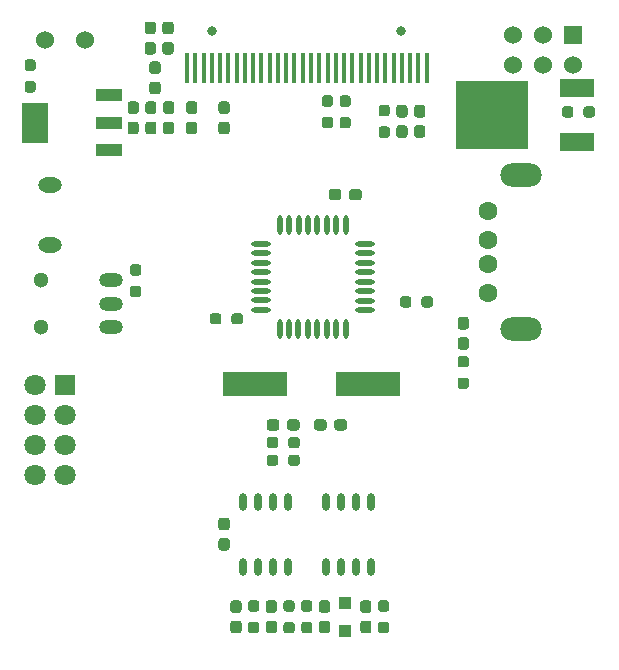
<source format=gts>
G04 #@! TF.GenerationSoftware,KiCad,Pcbnew,(5.1.9-0-10_14)*
G04 #@! TF.CreationDate,2021-04-26T19:25:28+02:00*
G04 #@! TF.ProjectId,Le_kube,4c655f6b-7562-4652-9e6b-696361645f70,rev?*
G04 #@! TF.SameCoordinates,Original*
G04 #@! TF.FileFunction,Soldermask,Top*
G04 #@! TF.FilePolarity,Negative*
%FSLAX46Y46*%
G04 Gerber Fmt 4.6, Leading zero omitted, Abs format (unit mm)*
G04 Created by KiCad (PCBNEW (5.1.9-0-10_14)) date 2021-04-26 19:25:28*
%MOMM*%
%LPD*%
G01*
G04 APERTURE LIST*
%ADD10O,3.500000X2.000000*%
%ADD11C,1.600000*%
%ADD12C,1.524000*%
%ADD13R,1.524000X1.524000*%
%ADD14R,0.351000X2.499000*%
%ADD15C,0.800000*%
%ADD16R,1.800000X1.800000*%
%ADD17C,1.800000*%
%ADD18R,2.200000X1.100000*%
%ADD19R,2.200000X3.500000*%
%ADD20R,6.200000X5.800000*%
%ADD21R,3.000000X1.600000*%
%ADD22O,2.000000X1.300000*%
%ADD23R,5.500000X2.000000*%
%ADD24O,0.600000X1.520000*%
%ADD25O,0.450000X1.650000*%
%ADD26O,1.650000X0.450000*%
%ADD27O,2.000000X1.200000*%
%ADD28C,1.300000*%
%ADD29R,1.000000X1.000000*%
G04 APERTURE END LIST*
D10*
X118125000Y-69052000D03*
X118125000Y-82168000D03*
D11*
X115375000Y-72110000D03*
X115375000Y-74610000D03*
X115375000Y-76610000D03*
X115375000Y-79110000D03*
G36*
G01*
X108862500Y-79602500D02*
X108862500Y-80077500D01*
G75*
G02*
X108625000Y-80315000I-237500J0D01*
G01*
X108125000Y-80315000D01*
G75*
G02*
X107887500Y-80077500I0J237500D01*
G01*
X107887500Y-79602500D01*
G75*
G02*
X108125000Y-79365000I237500J0D01*
G01*
X108625000Y-79365000D01*
G75*
G02*
X108862500Y-79602500I0J-237500D01*
G01*
G37*
G36*
G01*
X110687500Y-79602500D02*
X110687500Y-80077500D01*
G75*
G02*
X110450000Y-80315000I-237500J0D01*
G01*
X109950000Y-80315000D01*
G75*
G02*
X109712500Y-80077500I0J237500D01*
G01*
X109712500Y-79602500D01*
G75*
G02*
X109950000Y-79365000I237500J0D01*
G01*
X110450000Y-79365000D01*
G75*
G02*
X110687500Y-79602500I0J-237500D01*
G01*
G37*
G36*
G01*
X93617500Y-81507500D02*
X93617500Y-81032500D01*
G75*
G02*
X93855000Y-80795000I237500J0D01*
G01*
X94355000Y-80795000D01*
G75*
G02*
X94592500Y-81032500I0J-237500D01*
G01*
X94592500Y-81507500D01*
G75*
G02*
X94355000Y-81745000I-237500J0D01*
G01*
X93855000Y-81745000D01*
G75*
G02*
X93617500Y-81507500I0J237500D01*
G01*
G37*
G36*
G01*
X91792500Y-81507500D02*
X91792500Y-81032500D01*
G75*
G02*
X92030000Y-80795000I237500J0D01*
G01*
X92530000Y-80795000D01*
G75*
G02*
X92767500Y-81032500I0J-237500D01*
G01*
X92767500Y-81507500D01*
G75*
G02*
X92530000Y-81745000I-237500J0D01*
G01*
X92030000Y-81745000D01*
G75*
G02*
X91792500Y-81507500I0J237500D01*
G01*
G37*
G36*
G01*
X85272500Y-78472500D02*
X85747500Y-78472500D01*
G75*
G02*
X85985000Y-78710000I0J-237500D01*
G01*
X85985000Y-79210000D01*
G75*
G02*
X85747500Y-79447500I-237500J0D01*
G01*
X85272500Y-79447500D01*
G75*
G02*
X85035000Y-79210000I0J237500D01*
G01*
X85035000Y-78710000D01*
G75*
G02*
X85272500Y-78472500I237500J0D01*
G01*
G37*
G36*
G01*
X85272500Y-76647500D02*
X85747500Y-76647500D01*
G75*
G02*
X85985000Y-76885000I0J-237500D01*
G01*
X85985000Y-77385000D01*
G75*
G02*
X85747500Y-77622500I-237500J0D01*
G01*
X85272500Y-77622500D01*
G75*
G02*
X85035000Y-77385000I0J237500D01*
G01*
X85035000Y-76885000D01*
G75*
G02*
X85272500Y-76647500I237500J0D01*
G01*
G37*
D12*
X117460000Y-59770000D03*
X117460000Y-57230000D03*
X120000000Y-59770000D03*
X120000000Y-57230000D03*
X122540000Y-59770000D03*
D13*
X122540000Y-57230000D03*
D14*
X110149000Y-59998000D03*
X109450000Y-59998000D03*
X108751000Y-59999000D03*
X108056000Y-60000000D03*
X107356000Y-60000000D03*
X106656000Y-60000000D03*
X105956000Y-60000000D03*
X105256000Y-60000000D03*
X104556000Y-60000000D03*
X103856000Y-60000000D03*
X103156000Y-60000000D03*
X102456000Y-60000000D03*
X101756000Y-60000000D03*
X101056000Y-60000000D03*
X100356000Y-60000000D03*
X99656000Y-60000000D03*
X98956000Y-60000000D03*
X98256000Y-60000000D03*
X97556000Y-60000000D03*
X96856000Y-60000000D03*
X96156000Y-60000000D03*
X95456000Y-60000000D03*
X94756000Y-60000000D03*
X94056000Y-60000000D03*
X93356000Y-60000000D03*
X92656000Y-60000000D03*
X91956000Y-60000000D03*
X91256000Y-60000000D03*
X90556000Y-60000000D03*
X89851000Y-60002000D03*
D15*
X108000000Y-56900000D03*
X92000000Y-56900000D03*
D16*
X79490000Y-86830000D03*
D17*
X79490000Y-89370000D03*
X79490000Y-91910000D03*
X79490000Y-94450000D03*
X76950000Y-86830000D03*
X76950000Y-89370000D03*
X76950000Y-91910000D03*
X76950000Y-94450000D03*
D18*
X83223000Y-66950000D03*
X83223000Y-64650000D03*
X83223000Y-62350000D03*
D19*
X77025000Y-64650000D03*
G36*
G01*
X87037500Y-63925000D02*
X86562500Y-63925000D01*
G75*
G02*
X86325000Y-63687500I0J237500D01*
G01*
X86325000Y-63087500D01*
G75*
G02*
X86562500Y-62850000I237500J0D01*
G01*
X87037500Y-62850000D01*
G75*
G02*
X87275000Y-63087500I0J-237500D01*
G01*
X87275000Y-63687500D01*
G75*
G02*
X87037500Y-63925000I-237500J0D01*
G01*
G37*
G36*
G01*
X87037500Y-65650000D02*
X86562500Y-65650000D01*
G75*
G02*
X86325000Y-65412500I0J237500D01*
G01*
X86325000Y-64812500D01*
G75*
G02*
X86562500Y-64575000I237500J0D01*
G01*
X87037500Y-64575000D01*
G75*
G02*
X87275000Y-64812500I0J-237500D01*
G01*
X87275000Y-65412500D01*
G75*
G02*
X87037500Y-65650000I-237500J0D01*
G01*
G37*
G36*
G01*
X88537500Y-63925000D02*
X88062500Y-63925000D01*
G75*
G02*
X87825000Y-63687500I0J237500D01*
G01*
X87825000Y-63087500D01*
G75*
G02*
X88062500Y-62850000I237500J0D01*
G01*
X88537500Y-62850000D01*
G75*
G02*
X88775000Y-63087500I0J-237500D01*
G01*
X88775000Y-63687500D01*
G75*
G02*
X88537500Y-63925000I-237500J0D01*
G01*
G37*
G36*
G01*
X88537500Y-65650000D02*
X88062500Y-65650000D01*
G75*
G02*
X87825000Y-65412500I0J237500D01*
G01*
X87825000Y-64812500D01*
G75*
G02*
X88062500Y-64575000I237500J0D01*
G01*
X88537500Y-64575000D01*
G75*
G02*
X88775000Y-64812500I0J-237500D01*
G01*
X88775000Y-65412500D01*
G75*
G02*
X88537500Y-65650000I-237500J0D01*
G01*
G37*
G36*
G01*
X86912500Y-61200000D02*
X87387500Y-61200000D01*
G75*
G02*
X87625000Y-61437500I0J-237500D01*
G01*
X87625000Y-62037500D01*
G75*
G02*
X87387500Y-62275000I-237500J0D01*
G01*
X86912500Y-62275000D01*
G75*
G02*
X86675000Y-62037500I0J237500D01*
G01*
X86675000Y-61437500D01*
G75*
G02*
X86912500Y-61200000I237500J0D01*
G01*
G37*
G36*
G01*
X86912500Y-59475000D02*
X87387500Y-59475000D01*
G75*
G02*
X87625000Y-59712500I0J-237500D01*
G01*
X87625000Y-60312500D01*
G75*
G02*
X87387500Y-60550000I-237500J0D01*
G01*
X86912500Y-60550000D01*
G75*
G02*
X86675000Y-60312500I0J237500D01*
G01*
X86675000Y-59712500D01*
G75*
G02*
X86912500Y-59475000I237500J0D01*
G01*
G37*
G36*
G01*
X85537500Y-63925000D02*
X85062500Y-63925000D01*
G75*
G02*
X84825000Y-63687500I0J237500D01*
G01*
X84825000Y-63087500D01*
G75*
G02*
X85062500Y-62850000I237500J0D01*
G01*
X85537500Y-62850000D01*
G75*
G02*
X85775000Y-63087500I0J-237500D01*
G01*
X85775000Y-63687500D01*
G75*
G02*
X85537500Y-63925000I-237500J0D01*
G01*
G37*
G36*
G01*
X85537500Y-65650000D02*
X85062500Y-65650000D01*
G75*
G02*
X84825000Y-65412500I0J237500D01*
G01*
X84825000Y-64812500D01*
G75*
G02*
X85062500Y-64575000I237500J0D01*
G01*
X85537500Y-64575000D01*
G75*
G02*
X85775000Y-64812500I0J-237500D01*
G01*
X85775000Y-65412500D01*
G75*
G02*
X85537500Y-65650000I-237500J0D01*
G01*
G37*
G36*
G01*
X95262500Y-106925000D02*
X95737500Y-106925000D01*
G75*
G02*
X95975000Y-107162500I0J-237500D01*
G01*
X95975000Y-107662500D01*
G75*
G02*
X95737500Y-107900000I-237500J0D01*
G01*
X95262500Y-107900000D01*
G75*
G02*
X95025000Y-107662500I0J237500D01*
G01*
X95025000Y-107162500D01*
G75*
G02*
X95262500Y-106925000I237500J0D01*
G01*
G37*
G36*
G01*
X95262500Y-105100000D02*
X95737500Y-105100000D01*
G75*
G02*
X95975000Y-105337500I0J-237500D01*
G01*
X95975000Y-105837500D01*
G75*
G02*
X95737500Y-106075000I-237500J0D01*
G01*
X95262500Y-106075000D01*
G75*
G02*
X95025000Y-105837500I0J237500D01*
G01*
X95025000Y-105337500D01*
G75*
G02*
X95262500Y-105100000I237500J0D01*
G01*
G37*
D20*
X115660000Y-64025000D03*
D21*
X122840000Y-61710000D03*
X122840000Y-66290000D03*
D22*
X78300000Y-75040000D03*
X78300000Y-69960000D03*
D23*
X105150000Y-86800000D03*
X95650000Y-86800000D03*
D24*
X105405000Y-96760000D03*
X104135000Y-96760000D03*
X102865000Y-96760000D03*
X101595000Y-96760000D03*
X105405000Y-102240000D03*
X104135000Y-102240000D03*
X102865000Y-102240000D03*
X101595000Y-102240000D03*
X98405000Y-96760000D03*
X97135000Y-96760000D03*
X95865000Y-96760000D03*
X94595000Y-96760000D03*
X98405000Y-102240000D03*
X97135000Y-102240000D03*
X95865000Y-102240000D03*
X94595000Y-102240000D03*
D25*
X97693000Y-82089000D03*
X98493000Y-82089000D03*
X99293000Y-82089000D03*
X100093000Y-82089000D03*
X100891000Y-82089000D03*
X101691000Y-82089000D03*
X102491000Y-82089000D03*
X103291000Y-82089000D03*
D26*
X104891000Y-80524000D03*
X104891000Y-79724000D03*
X104891000Y-78924000D03*
X104891000Y-78124000D03*
X104891000Y-77326000D03*
X104891000Y-76526000D03*
X104891000Y-75726000D03*
X104891000Y-74926000D03*
D25*
X103301000Y-73351000D03*
X102501000Y-73351000D03*
X101701000Y-73351000D03*
X100901000Y-73351000D03*
X100104000Y-73351000D03*
X99303000Y-73351000D03*
X98503000Y-73351000D03*
X97703000Y-73351000D03*
D26*
X96129000Y-74916000D03*
X96129000Y-75716000D03*
X96129000Y-76516000D03*
X96129000Y-77316000D03*
X96129000Y-78114000D03*
X96129000Y-78914000D03*
X96129000Y-79714000D03*
X96129000Y-80514000D03*
G36*
G01*
X123425000Y-63991500D02*
X123425000Y-63516500D01*
G75*
G02*
X123662500Y-63279000I237500J0D01*
G01*
X124162500Y-63279000D01*
G75*
G02*
X124400000Y-63516500I0J-237500D01*
G01*
X124400000Y-63991500D01*
G75*
G02*
X124162500Y-64229000I-237500J0D01*
G01*
X123662500Y-64229000D01*
G75*
G02*
X123425000Y-63991500I0J237500D01*
G01*
G37*
G36*
G01*
X121600000Y-63991500D02*
X121600000Y-63516500D01*
G75*
G02*
X121837500Y-63279000I237500J0D01*
G01*
X122337500Y-63279000D01*
G75*
G02*
X122575000Y-63516500I0J-237500D01*
G01*
X122575000Y-63991500D01*
G75*
G02*
X122337500Y-64229000I-237500J0D01*
G01*
X121837500Y-64229000D01*
G75*
G02*
X121600000Y-63991500I0J237500D01*
G01*
G37*
G36*
G01*
X106737500Y-106075000D02*
X106262500Y-106075000D01*
G75*
G02*
X106025000Y-105837500I0J237500D01*
G01*
X106025000Y-105337500D01*
G75*
G02*
X106262500Y-105100000I237500J0D01*
G01*
X106737500Y-105100000D01*
G75*
G02*
X106975000Y-105337500I0J-237500D01*
G01*
X106975000Y-105837500D01*
G75*
G02*
X106737500Y-106075000I-237500J0D01*
G01*
G37*
G36*
G01*
X106737500Y-107900000D02*
X106262500Y-107900000D01*
G75*
G02*
X106025000Y-107662500I0J237500D01*
G01*
X106025000Y-107162500D01*
G75*
G02*
X106262500Y-106925000I237500J0D01*
G01*
X106737500Y-106925000D01*
G75*
G02*
X106975000Y-107162500I0J-237500D01*
G01*
X106975000Y-107662500D01*
G75*
G02*
X106737500Y-107900000I-237500J0D01*
G01*
G37*
G36*
G01*
X100237500Y-106075000D02*
X99762500Y-106075000D01*
G75*
G02*
X99525000Y-105837500I0J237500D01*
G01*
X99525000Y-105337500D01*
G75*
G02*
X99762500Y-105100000I237500J0D01*
G01*
X100237500Y-105100000D01*
G75*
G02*
X100475000Y-105337500I0J-237500D01*
G01*
X100475000Y-105837500D01*
G75*
G02*
X100237500Y-106075000I-237500J0D01*
G01*
G37*
G36*
G01*
X100237500Y-107900000D02*
X99762500Y-107900000D01*
G75*
G02*
X99525000Y-107662500I0J237500D01*
G01*
X99525000Y-107162500D01*
G75*
G02*
X99762500Y-106925000I237500J0D01*
G01*
X100237500Y-106925000D01*
G75*
G02*
X100475000Y-107162500I0J-237500D01*
G01*
X100475000Y-107662500D01*
G75*
G02*
X100237500Y-107900000I-237500J0D01*
G01*
G37*
G36*
G01*
X98737500Y-106075000D02*
X98262500Y-106075000D01*
G75*
G02*
X98025000Y-105837500I0J237500D01*
G01*
X98025000Y-105337500D01*
G75*
G02*
X98262500Y-105100000I237500J0D01*
G01*
X98737500Y-105100000D01*
G75*
G02*
X98975000Y-105337500I0J-237500D01*
G01*
X98975000Y-105837500D01*
G75*
G02*
X98737500Y-106075000I-237500J0D01*
G01*
G37*
G36*
G01*
X98737500Y-107900000D02*
X98262500Y-107900000D01*
G75*
G02*
X98025000Y-107662500I0J237500D01*
G01*
X98025000Y-107162500D01*
G75*
G02*
X98262500Y-106925000I237500J0D01*
G01*
X98737500Y-106925000D01*
G75*
G02*
X98975000Y-107162500I0J-237500D01*
G01*
X98975000Y-107662500D01*
G75*
G02*
X98737500Y-107900000I-237500J0D01*
G01*
G37*
G36*
G01*
X106318500Y-64975000D02*
X106793500Y-64975000D01*
G75*
G02*
X107031000Y-65212500I0J-237500D01*
G01*
X107031000Y-65712500D01*
G75*
G02*
X106793500Y-65950000I-237500J0D01*
G01*
X106318500Y-65950000D01*
G75*
G02*
X106081000Y-65712500I0J237500D01*
G01*
X106081000Y-65212500D01*
G75*
G02*
X106318500Y-64975000I237500J0D01*
G01*
G37*
G36*
G01*
X106318500Y-63150000D02*
X106793500Y-63150000D01*
G75*
G02*
X107031000Y-63387500I0J-237500D01*
G01*
X107031000Y-63887500D01*
G75*
G02*
X106793500Y-64125000I-237500J0D01*
G01*
X106318500Y-64125000D01*
G75*
G02*
X106081000Y-63887500I0J237500D01*
G01*
X106081000Y-63387500D01*
G75*
G02*
X106318500Y-63150000I237500J0D01*
G01*
G37*
G36*
G01*
X101512500Y-64175000D02*
X101987500Y-64175000D01*
G75*
G02*
X102225000Y-64412500I0J-237500D01*
G01*
X102225000Y-64912500D01*
G75*
G02*
X101987500Y-65150000I-237500J0D01*
G01*
X101512500Y-65150000D01*
G75*
G02*
X101275000Y-64912500I0J237500D01*
G01*
X101275000Y-64412500D01*
G75*
G02*
X101512500Y-64175000I237500J0D01*
G01*
G37*
G36*
G01*
X101512500Y-62350000D02*
X101987500Y-62350000D01*
G75*
G02*
X102225000Y-62587500I0J-237500D01*
G01*
X102225000Y-63087500D01*
G75*
G02*
X101987500Y-63325000I-237500J0D01*
G01*
X101512500Y-63325000D01*
G75*
G02*
X101275000Y-63087500I0J237500D01*
G01*
X101275000Y-62587500D01*
G75*
G02*
X101512500Y-62350000I237500J0D01*
G01*
G37*
G36*
G01*
X103012500Y-64175000D02*
X103487500Y-64175000D01*
G75*
G02*
X103725000Y-64412500I0J-237500D01*
G01*
X103725000Y-64912500D01*
G75*
G02*
X103487500Y-65150000I-237500J0D01*
G01*
X103012500Y-65150000D01*
G75*
G02*
X102775000Y-64912500I0J237500D01*
G01*
X102775000Y-64412500D01*
G75*
G02*
X103012500Y-64175000I237500J0D01*
G01*
G37*
G36*
G01*
X103012500Y-62350000D02*
X103487500Y-62350000D01*
G75*
G02*
X103725000Y-62587500I0J-237500D01*
G01*
X103725000Y-63087500D01*
G75*
G02*
X103487500Y-63325000I-237500J0D01*
G01*
X103012500Y-63325000D01*
G75*
G02*
X102775000Y-63087500I0J237500D01*
G01*
X102775000Y-62587500D01*
G75*
G02*
X103012500Y-62350000I237500J0D01*
G01*
G37*
G36*
G01*
X98425000Y-93487500D02*
X98425000Y-93012500D01*
G75*
G02*
X98662500Y-92775000I237500J0D01*
G01*
X99162500Y-92775000D01*
G75*
G02*
X99400000Y-93012500I0J-237500D01*
G01*
X99400000Y-93487500D01*
G75*
G02*
X99162500Y-93725000I-237500J0D01*
G01*
X98662500Y-93725000D01*
G75*
G02*
X98425000Y-93487500I0J237500D01*
G01*
G37*
G36*
G01*
X96600000Y-93487500D02*
X96600000Y-93012500D01*
G75*
G02*
X96837500Y-92775000I237500J0D01*
G01*
X97337500Y-92775000D01*
G75*
G02*
X97575000Y-93012500I0J-237500D01*
G01*
X97575000Y-93487500D01*
G75*
G02*
X97337500Y-93725000I-237500J0D01*
G01*
X96837500Y-93725000D01*
G75*
G02*
X96600000Y-93487500I0J237500D01*
G01*
G37*
G36*
G01*
X97575000Y-91512500D02*
X97575000Y-91987500D01*
G75*
G02*
X97337500Y-92225000I-237500J0D01*
G01*
X96837500Y-92225000D01*
G75*
G02*
X96600000Y-91987500I0J237500D01*
G01*
X96600000Y-91512500D01*
G75*
G02*
X96837500Y-91275000I237500J0D01*
G01*
X97337500Y-91275000D01*
G75*
G02*
X97575000Y-91512500I0J-237500D01*
G01*
G37*
G36*
G01*
X99400000Y-91512500D02*
X99400000Y-91987500D01*
G75*
G02*
X99162500Y-92225000I-237500J0D01*
G01*
X98662500Y-92225000D01*
G75*
G02*
X98425000Y-91987500I0J237500D01*
G01*
X98425000Y-91512500D01*
G75*
G02*
X98662500Y-91275000I237500J0D01*
G01*
X99162500Y-91275000D01*
G75*
G02*
X99400000Y-91512500I0J-237500D01*
G01*
G37*
G36*
G01*
X113487500Y-85387500D02*
X113012500Y-85387500D01*
G75*
G02*
X112775000Y-85150000I0J237500D01*
G01*
X112775000Y-84650000D01*
G75*
G02*
X113012500Y-84412500I237500J0D01*
G01*
X113487500Y-84412500D01*
G75*
G02*
X113725000Y-84650000I0J-237500D01*
G01*
X113725000Y-85150000D01*
G75*
G02*
X113487500Y-85387500I-237500J0D01*
G01*
G37*
G36*
G01*
X113487500Y-87212500D02*
X113012500Y-87212500D01*
G75*
G02*
X112775000Y-86975000I0J237500D01*
G01*
X112775000Y-86475000D01*
G75*
G02*
X113012500Y-86237500I237500J0D01*
G01*
X113487500Y-86237500D01*
G75*
G02*
X113725000Y-86475000I0J-237500D01*
G01*
X113725000Y-86975000D01*
G75*
G02*
X113487500Y-87212500I-237500J0D01*
G01*
G37*
G36*
G01*
X76812500Y-60287500D02*
X76337500Y-60287500D01*
G75*
G02*
X76100000Y-60050000I0J237500D01*
G01*
X76100000Y-59550000D01*
G75*
G02*
X76337500Y-59312500I237500J0D01*
G01*
X76812500Y-59312500D01*
G75*
G02*
X77050000Y-59550000I0J-237500D01*
G01*
X77050000Y-60050000D01*
G75*
G02*
X76812500Y-60287500I-237500J0D01*
G01*
G37*
G36*
G01*
X76812500Y-62112500D02*
X76337500Y-62112500D01*
G75*
G02*
X76100000Y-61875000I0J237500D01*
G01*
X76100000Y-61375000D01*
G75*
G02*
X76337500Y-61137500I237500J0D01*
G01*
X76812500Y-61137500D01*
G75*
G02*
X77050000Y-61375000I0J-237500D01*
G01*
X77050000Y-61875000D01*
G75*
G02*
X76812500Y-62112500I-237500J0D01*
G01*
G37*
D12*
X77825000Y-57700000D03*
X81225000Y-57700000D03*
D27*
X83400000Y-81975000D03*
X83400000Y-79975000D03*
X83400000Y-77975000D03*
D28*
X77500000Y-77975000D03*
X77500000Y-81975000D03*
D29*
X103250000Y-105300000D03*
X103250000Y-107700000D03*
G36*
G01*
X101737500Y-106175000D02*
X101262500Y-106175000D01*
G75*
G02*
X101025000Y-105937500I0J237500D01*
G01*
X101025000Y-105337500D01*
G75*
G02*
X101262500Y-105100000I237500J0D01*
G01*
X101737500Y-105100000D01*
G75*
G02*
X101975000Y-105337500I0J-237500D01*
G01*
X101975000Y-105937500D01*
G75*
G02*
X101737500Y-106175000I-237500J0D01*
G01*
G37*
G36*
G01*
X101737500Y-107900000D02*
X101262500Y-107900000D01*
G75*
G02*
X101025000Y-107662500I0J237500D01*
G01*
X101025000Y-107062500D01*
G75*
G02*
X101262500Y-106825000I237500J0D01*
G01*
X101737500Y-106825000D01*
G75*
G02*
X101975000Y-107062500I0J-237500D01*
G01*
X101975000Y-107662500D01*
G75*
G02*
X101737500Y-107900000I-237500J0D01*
G01*
G37*
G36*
G01*
X104762500Y-106825000D02*
X105237500Y-106825000D01*
G75*
G02*
X105475000Y-107062500I0J-237500D01*
G01*
X105475000Y-107662500D01*
G75*
G02*
X105237500Y-107900000I-237500J0D01*
G01*
X104762500Y-107900000D01*
G75*
G02*
X104525000Y-107662500I0J237500D01*
G01*
X104525000Y-107062500D01*
G75*
G02*
X104762500Y-106825000I237500J0D01*
G01*
G37*
G36*
G01*
X104762500Y-105100000D02*
X105237500Y-105100000D01*
G75*
G02*
X105475000Y-105337500I0J-237500D01*
G01*
X105475000Y-105937500D01*
G75*
G02*
X105237500Y-106175000I-237500J0D01*
G01*
X104762500Y-106175000D01*
G75*
G02*
X104525000Y-105937500I0J237500D01*
G01*
X104525000Y-105337500D01*
G75*
G02*
X104762500Y-105100000I237500J0D01*
G01*
G37*
G36*
G01*
X97237500Y-106175000D02*
X96762500Y-106175000D01*
G75*
G02*
X96525000Y-105937500I0J237500D01*
G01*
X96525000Y-105337500D01*
G75*
G02*
X96762500Y-105100000I237500J0D01*
G01*
X97237500Y-105100000D01*
G75*
G02*
X97475000Y-105337500I0J-237500D01*
G01*
X97475000Y-105937500D01*
G75*
G02*
X97237500Y-106175000I-237500J0D01*
G01*
G37*
G36*
G01*
X97237500Y-107900000D02*
X96762500Y-107900000D01*
G75*
G02*
X96525000Y-107662500I0J237500D01*
G01*
X96525000Y-107062500D01*
G75*
G02*
X96762500Y-106825000I237500J0D01*
G01*
X97237500Y-106825000D01*
G75*
G02*
X97475000Y-107062500I0J-237500D01*
G01*
X97475000Y-107662500D01*
G75*
G02*
X97237500Y-107900000I-237500J0D01*
G01*
G37*
G36*
G01*
X93762500Y-106825000D02*
X94237500Y-106825000D01*
G75*
G02*
X94475000Y-107062500I0J-237500D01*
G01*
X94475000Y-107662500D01*
G75*
G02*
X94237500Y-107900000I-237500J0D01*
G01*
X93762500Y-107900000D01*
G75*
G02*
X93525000Y-107662500I0J237500D01*
G01*
X93525000Y-107062500D01*
G75*
G02*
X93762500Y-106825000I237500J0D01*
G01*
G37*
G36*
G01*
X93762500Y-105100000D02*
X94237500Y-105100000D01*
G75*
G02*
X94475000Y-105337500I0J-237500D01*
G01*
X94475000Y-105937500D01*
G75*
G02*
X94237500Y-106175000I-237500J0D01*
G01*
X93762500Y-106175000D01*
G75*
G02*
X93525000Y-105937500I0J237500D01*
G01*
X93525000Y-105337500D01*
G75*
G02*
X93762500Y-105100000I237500J0D01*
G01*
G37*
G36*
G01*
X86987500Y-57175000D02*
X86512500Y-57175000D01*
G75*
G02*
X86275000Y-56937500I0J237500D01*
G01*
X86275000Y-56337500D01*
G75*
G02*
X86512500Y-56100000I237500J0D01*
G01*
X86987500Y-56100000D01*
G75*
G02*
X87225000Y-56337500I0J-237500D01*
G01*
X87225000Y-56937500D01*
G75*
G02*
X86987500Y-57175000I-237500J0D01*
G01*
G37*
G36*
G01*
X86987500Y-58900000D02*
X86512500Y-58900000D01*
G75*
G02*
X86275000Y-58662500I0J237500D01*
G01*
X86275000Y-58062500D01*
G75*
G02*
X86512500Y-57825000I237500J0D01*
G01*
X86987500Y-57825000D01*
G75*
G02*
X87225000Y-58062500I0J-237500D01*
G01*
X87225000Y-58662500D01*
G75*
G02*
X86987500Y-58900000I-237500J0D01*
G01*
G37*
G36*
G01*
X88487500Y-57175000D02*
X88012500Y-57175000D01*
G75*
G02*
X87775000Y-56937500I0J237500D01*
G01*
X87775000Y-56337500D01*
G75*
G02*
X88012500Y-56100000I237500J0D01*
G01*
X88487500Y-56100000D01*
G75*
G02*
X88725000Y-56337500I0J-237500D01*
G01*
X88725000Y-56937500D01*
G75*
G02*
X88487500Y-57175000I-237500J0D01*
G01*
G37*
G36*
G01*
X88487500Y-58900000D02*
X88012500Y-58900000D01*
G75*
G02*
X87775000Y-58662500I0J237500D01*
G01*
X87775000Y-58062500D01*
G75*
G02*
X88012500Y-57825000I237500J0D01*
G01*
X88487500Y-57825000D01*
G75*
G02*
X88725000Y-58062500I0J-237500D01*
G01*
X88725000Y-58662500D01*
G75*
G02*
X88487500Y-58900000I-237500J0D01*
G01*
G37*
G36*
G01*
X109793500Y-64225000D02*
X109318500Y-64225000D01*
G75*
G02*
X109081000Y-63987500I0J237500D01*
G01*
X109081000Y-63387500D01*
G75*
G02*
X109318500Y-63150000I237500J0D01*
G01*
X109793500Y-63150000D01*
G75*
G02*
X110031000Y-63387500I0J-237500D01*
G01*
X110031000Y-63987500D01*
G75*
G02*
X109793500Y-64225000I-237500J0D01*
G01*
G37*
G36*
G01*
X109793500Y-65950000D02*
X109318500Y-65950000D01*
G75*
G02*
X109081000Y-65712500I0J237500D01*
G01*
X109081000Y-65112500D01*
G75*
G02*
X109318500Y-64875000I237500J0D01*
G01*
X109793500Y-64875000D01*
G75*
G02*
X110031000Y-65112500I0J-237500D01*
G01*
X110031000Y-65712500D01*
G75*
G02*
X109793500Y-65950000I-237500J0D01*
G01*
G37*
G36*
G01*
X108293500Y-64225000D02*
X107818500Y-64225000D01*
G75*
G02*
X107581000Y-63987500I0J237500D01*
G01*
X107581000Y-63387500D01*
G75*
G02*
X107818500Y-63150000I237500J0D01*
G01*
X108293500Y-63150000D01*
G75*
G02*
X108531000Y-63387500I0J-237500D01*
G01*
X108531000Y-63987500D01*
G75*
G02*
X108293500Y-64225000I-237500J0D01*
G01*
G37*
G36*
G01*
X108293500Y-65950000D02*
X107818500Y-65950000D01*
G75*
G02*
X107581000Y-65712500I0J237500D01*
G01*
X107581000Y-65112500D01*
G75*
G02*
X107818500Y-64875000I237500J0D01*
G01*
X108293500Y-64875000D01*
G75*
G02*
X108531000Y-65112500I0J-237500D01*
G01*
X108531000Y-65712500D01*
G75*
G02*
X108293500Y-65950000I-237500J0D01*
G01*
G37*
G36*
G01*
X93237500Y-63925000D02*
X92762500Y-63925000D01*
G75*
G02*
X92525000Y-63687500I0J237500D01*
G01*
X92525000Y-63087500D01*
G75*
G02*
X92762500Y-62850000I237500J0D01*
G01*
X93237500Y-62850000D01*
G75*
G02*
X93475000Y-63087500I0J-237500D01*
G01*
X93475000Y-63687500D01*
G75*
G02*
X93237500Y-63925000I-237500J0D01*
G01*
G37*
G36*
G01*
X93237500Y-65650000D02*
X92762500Y-65650000D01*
G75*
G02*
X92525000Y-65412500I0J237500D01*
G01*
X92525000Y-64812500D01*
G75*
G02*
X92762500Y-64575000I237500J0D01*
G01*
X93237500Y-64575000D01*
G75*
G02*
X93475000Y-64812500I0J-237500D01*
G01*
X93475000Y-65412500D01*
G75*
G02*
X93237500Y-65650000I-237500J0D01*
G01*
G37*
G36*
G01*
X90012500Y-64575000D02*
X90487500Y-64575000D01*
G75*
G02*
X90725000Y-64812500I0J-237500D01*
G01*
X90725000Y-65412500D01*
G75*
G02*
X90487500Y-65650000I-237500J0D01*
G01*
X90012500Y-65650000D01*
G75*
G02*
X89775000Y-65412500I0J237500D01*
G01*
X89775000Y-64812500D01*
G75*
G02*
X90012500Y-64575000I237500J0D01*
G01*
G37*
G36*
G01*
X90012500Y-62850000D02*
X90487500Y-62850000D01*
G75*
G02*
X90725000Y-63087500I0J-237500D01*
G01*
X90725000Y-63687500D01*
G75*
G02*
X90487500Y-63925000I-237500J0D01*
G01*
X90012500Y-63925000D01*
G75*
G02*
X89775000Y-63687500I0J237500D01*
G01*
X89775000Y-63087500D01*
G75*
G02*
X90012500Y-62850000I237500J0D01*
G01*
G37*
G36*
G01*
X93237500Y-99175000D02*
X92762500Y-99175000D01*
G75*
G02*
X92525000Y-98937500I0J237500D01*
G01*
X92525000Y-98337500D01*
G75*
G02*
X92762500Y-98100000I237500J0D01*
G01*
X93237500Y-98100000D01*
G75*
G02*
X93475000Y-98337500I0J-237500D01*
G01*
X93475000Y-98937500D01*
G75*
G02*
X93237500Y-99175000I-237500J0D01*
G01*
G37*
G36*
G01*
X93237500Y-100900000D02*
X92762500Y-100900000D01*
G75*
G02*
X92525000Y-100662500I0J237500D01*
G01*
X92525000Y-100062500D01*
G75*
G02*
X92762500Y-99825000I237500J0D01*
G01*
X93237500Y-99825000D01*
G75*
G02*
X93475000Y-100062500I0J-237500D01*
G01*
X93475000Y-100662500D01*
G75*
G02*
X93237500Y-100900000I-237500J0D01*
G01*
G37*
G36*
G01*
X113012500Y-82825000D02*
X113487500Y-82825000D01*
G75*
G02*
X113725000Y-83062500I0J-237500D01*
G01*
X113725000Y-83662500D01*
G75*
G02*
X113487500Y-83900000I-237500J0D01*
G01*
X113012500Y-83900000D01*
G75*
G02*
X112775000Y-83662500I0J237500D01*
G01*
X112775000Y-83062500D01*
G75*
G02*
X113012500Y-82825000I237500J0D01*
G01*
G37*
G36*
G01*
X113012500Y-81100000D02*
X113487500Y-81100000D01*
G75*
G02*
X113725000Y-81337500I0J-237500D01*
G01*
X113725000Y-81937500D01*
G75*
G02*
X113487500Y-82175000I-237500J0D01*
G01*
X113012500Y-82175000D01*
G75*
G02*
X112775000Y-81937500I0J237500D01*
G01*
X112775000Y-81337500D01*
G75*
G02*
X113012500Y-81100000I237500J0D01*
G01*
G37*
G36*
G01*
X102325000Y-90487500D02*
X102325000Y-90012500D01*
G75*
G02*
X102562500Y-89775000I237500J0D01*
G01*
X103162500Y-89775000D01*
G75*
G02*
X103400000Y-90012500I0J-237500D01*
G01*
X103400000Y-90487500D01*
G75*
G02*
X103162500Y-90725000I-237500J0D01*
G01*
X102562500Y-90725000D01*
G75*
G02*
X102325000Y-90487500I0J237500D01*
G01*
G37*
G36*
G01*
X100600000Y-90487500D02*
X100600000Y-90012500D01*
G75*
G02*
X100837500Y-89775000I237500J0D01*
G01*
X101437500Y-89775000D01*
G75*
G02*
X101675000Y-90012500I0J-237500D01*
G01*
X101675000Y-90487500D01*
G75*
G02*
X101437500Y-90725000I-237500J0D01*
G01*
X100837500Y-90725000D01*
G75*
G02*
X100600000Y-90487500I0J237500D01*
G01*
G37*
G36*
G01*
X97675000Y-90012500D02*
X97675000Y-90487500D01*
G75*
G02*
X97437500Y-90725000I-237500J0D01*
G01*
X96837500Y-90725000D01*
G75*
G02*
X96600000Y-90487500I0J237500D01*
G01*
X96600000Y-90012500D01*
G75*
G02*
X96837500Y-89775000I237500J0D01*
G01*
X97437500Y-89775000D01*
G75*
G02*
X97675000Y-90012500I0J-237500D01*
G01*
G37*
G36*
G01*
X99400000Y-90012500D02*
X99400000Y-90487500D01*
G75*
G02*
X99162500Y-90725000I-237500J0D01*
G01*
X98562500Y-90725000D01*
G75*
G02*
X98325000Y-90487500I0J237500D01*
G01*
X98325000Y-90012500D01*
G75*
G02*
X98562500Y-89775000I237500J0D01*
G01*
X99162500Y-89775000D01*
G75*
G02*
X99400000Y-90012500I0J-237500D01*
G01*
G37*
G36*
G01*
X103575000Y-70987500D02*
X103575000Y-70512500D01*
G75*
G02*
X103812500Y-70275000I237500J0D01*
G01*
X104412500Y-70275000D01*
G75*
G02*
X104650000Y-70512500I0J-237500D01*
G01*
X104650000Y-70987500D01*
G75*
G02*
X104412500Y-71225000I-237500J0D01*
G01*
X103812500Y-71225000D01*
G75*
G02*
X103575000Y-70987500I0J237500D01*
G01*
G37*
G36*
G01*
X101850000Y-70987500D02*
X101850000Y-70512500D01*
G75*
G02*
X102087500Y-70275000I237500J0D01*
G01*
X102687500Y-70275000D01*
G75*
G02*
X102925000Y-70512500I0J-237500D01*
G01*
X102925000Y-70987500D01*
G75*
G02*
X102687500Y-71225000I-237500J0D01*
G01*
X102087500Y-71225000D01*
G75*
G02*
X101850000Y-70987500I0J237500D01*
G01*
G37*
M02*

</source>
